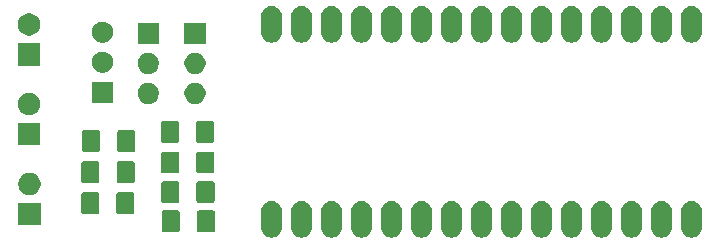
<source format=gbr>
G04 #@! TF.GenerationSoftware,KiCad,Pcbnew,(5.1.5)-3*
G04 #@! TF.CreationDate,2020-03-19T13:13:49+01:00*
G04 #@! TF.ProjectId,buttons,62757474-6f6e-4732-9e6b-696361645f70,rev?*
G04 #@! TF.SameCoordinates,Original*
G04 #@! TF.FileFunction,Soldermask,Top*
G04 #@! TF.FilePolarity,Negative*
%FSLAX46Y46*%
G04 Gerber Fmt 4.6, Leading zero omitted, Abs format (unit mm)*
G04 Created by KiCad (PCBNEW (5.1.5)-3) date 2020-03-19 13:13:49*
%MOMM*%
%LPD*%
G04 APERTURE LIST*
%ADD10C,0.100000*%
G04 APERTURE END LIST*
D10*
G36*
X157876626Y-53407037D02*
G01*
X158046465Y-53458557D01*
X158046467Y-53458558D01*
X158202989Y-53542221D01*
X158340186Y-53654814D01*
X158423448Y-53756271D01*
X158452778Y-53792009D01*
X158536443Y-53948534D01*
X158587963Y-54118373D01*
X158587963Y-54118375D01*
X158595412Y-54194000D01*
X158601000Y-54250742D01*
X158601000Y-55639258D01*
X158587963Y-55771627D01*
X158536443Y-55941466D01*
X158452778Y-56097991D01*
X158423448Y-56133729D01*
X158340186Y-56235186D01*
X158238729Y-56318448D01*
X158202991Y-56347778D01*
X158046466Y-56431443D01*
X157876627Y-56482963D01*
X157700000Y-56500359D01*
X157523374Y-56482963D01*
X157353535Y-56431443D01*
X157197010Y-56347778D01*
X157161272Y-56318448D01*
X157059815Y-56235186D01*
X156976553Y-56133729D01*
X156947223Y-56097991D01*
X156863558Y-55941466D01*
X156812038Y-55771627D01*
X156799001Y-55639258D01*
X156799000Y-54250743D01*
X156803134Y-54208774D01*
X156812037Y-54118376D01*
X156812037Y-54118374D01*
X156863557Y-53948535D01*
X156947222Y-53792010D01*
X156947223Y-53792009D01*
X157059814Y-53654814D01*
X157161271Y-53571552D01*
X157197009Y-53542222D01*
X157353534Y-53458557D01*
X157523373Y-53407037D01*
X157700000Y-53389641D01*
X157876626Y-53407037D01*
G37*
G36*
X124856626Y-53407037D02*
G01*
X125026465Y-53458557D01*
X125026467Y-53458558D01*
X125182989Y-53542221D01*
X125320186Y-53654814D01*
X125403448Y-53756271D01*
X125432778Y-53792009D01*
X125516443Y-53948534D01*
X125567963Y-54118373D01*
X125567963Y-54118375D01*
X125575412Y-54194000D01*
X125581000Y-54250742D01*
X125581000Y-55639258D01*
X125567963Y-55771627D01*
X125516443Y-55941466D01*
X125432778Y-56097991D01*
X125403448Y-56133729D01*
X125320186Y-56235186D01*
X125218729Y-56318448D01*
X125182991Y-56347778D01*
X125026466Y-56431443D01*
X124856627Y-56482963D01*
X124680000Y-56500359D01*
X124503374Y-56482963D01*
X124333535Y-56431443D01*
X124177010Y-56347778D01*
X124141272Y-56318448D01*
X124039815Y-56235186D01*
X123956553Y-56133729D01*
X123927223Y-56097991D01*
X123843558Y-55941466D01*
X123792038Y-55771627D01*
X123779001Y-55639258D01*
X123779000Y-54250743D01*
X123783134Y-54208774D01*
X123792037Y-54118376D01*
X123792037Y-54118374D01*
X123843557Y-53948535D01*
X123927222Y-53792010D01*
X123927223Y-53792009D01*
X124039814Y-53654814D01*
X124141271Y-53571552D01*
X124177009Y-53542222D01*
X124333534Y-53458557D01*
X124503373Y-53407037D01*
X124680000Y-53389641D01*
X124856626Y-53407037D01*
G37*
G36*
X122316626Y-53407037D02*
G01*
X122486465Y-53458557D01*
X122486467Y-53458558D01*
X122642989Y-53542221D01*
X122780186Y-53654814D01*
X122863448Y-53756271D01*
X122892778Y-53792009D01*
X122976443Y-53948534D01*
X123027963Y-54118373D01*
X123027963Y-54118375D01*
X123035412Y-54194000D01*
X123041000Y-54250742D01*
X123041000Y-55639258D01*
X123027963Y-55771627D01*
X122976443Y-55941466D01*
X122892778Y-56097991D01*
X122863448Y-56133729D01*
X122780186Y-56235186D01*
X122678729Y-56318448D01*
X122642991Y-56347778D01*
X122486466Y-56431443D01*
X122316627Y-56482963D01*
X122140000Y-56500359D01*
X121963374Y-56482963D01*
X121793535Y-56431443D01*
X121637010Y-56347778D01*
X121601272Y-56318448D01*
X121499815Y-56235186D01*
X121416553Y-56133729D01*
X121387223Y-56097991D01*
X121303558Y-55941466D01*
X121252038Y-55771627D01*
X121239001Y-55639258D01*
X121239000Y-54250743D01*
X121243134Y-54208774D01*
X121252037Y-54118376D01*
X121252037Y-54118374D01*
X121303557Y-53948535D01*
X121387222Y-53792010D01*
X121387223Y-53792009D01*
X121499814Y-53654814D01*
X121601271Y-53571552D01*
X121637009Y-53542222D01*
X121793534Y-53458557D01*
X121963373Y-53407037D01*
X122140000Y-53389641D01*
X122316626Y-53407037D01*
G37*
G36*
X127396626Y-53407037D02*
G01*
X127566465Y-53458557D01*
X127566467Y-53458558D01*
X127722989Y-53542221D01*
X127860186Y-53654814D01*
X127943448Y-53756271D01*
X127972778Y-53792009D01*
X128056443Y-53948534D01*
X128107963Y-54118373D01*
X128107963Y-54118375D01*
X128115412Y-54194000D01*
X128121000Y-54250742D01*
X128121000Y-55639258D01*
X128107963Y-55771627D01*
X128056443Y-55941466D01*
X127972778Y-56097991D01*
X127943448Y-56133729D01*
X127860186Y-56235186D01*
X127758729Y-56318448D01*
X127722991Y-56347778D01*
X127566466Y-56431443D01*
X127396627Y-56482963D01*
X127220000Y-56500359D01*
X127043374Y-56482963D01*
X126873535Y-56431443D01*
X126717010Y-56347778D01*
X126681272Y-56318448D01*
X126579815Y-56235186D01*
X126496553Y-56133729D01*
X126467223Y-56097991D01*
X126383558Y-55941466D01*
X126332038Y-55771627D01*
X126319001Y-55639258D01*
X126319000Y-54250743D01*
X126323134Y-54208774D01*
X126332037Y-54118376D01*
X126332037Y-54118374D01*
X126383557Y-53948535D01*
X126467222Y-53792010D01*
X126467223Y-53792009D01*
X126579814Y-53654814D01*
X126681271Y-53571552D01*
X126717009Y-53542222D01*
X126873534Y-53458557D01*
X127043373Y-53407037D01*
X127220000Y-53389641D01*
X127396626Y-53407037D01*
G37*
G36*
X129936626Y-53407037D02*
G01*
X130106465Y-53458557D01*
X130106467Y-53458558D01*
X130262989Y-53542221D01*
X130400186Y-53654814D01*
X130483448Y-53756271D01*
X130512778Y-53792009D01*
X130596443Y-53948534D01*
X130647963Y-54118373D01*
X130647963Y-54118375D01*
X130655412Y-54194000D01*
X130661000Y-54250742D01*
X130661000Y-55639258D01*
X130647963Y-55771627D01*
X130596443Y-55941466D01*
X130512778Y-56097991D01*
X130483448Y-56133729D01*
X130400186Y-56235186D01*
X130298729Y-56318448D01*
X130262991Y-56347778D01*
X130106466Y-56431443D01*
X129936627Y-56482963D01*
X129760000Y-56500359D01*
X129583374Y-56482963D01*
X129413535Y-56431443D01*
X129257010Y-56347778D01*
X129221272Y-56318448D01*
X129119815Y-56235186D01*
X129036553Y-56133729D01*
X129007223Y-56097991D01*
X128923558Y-55941466D01*
X128872038Y-55771627D01*
X128859001Y-55639258D01*
X128859000Y-54250743D01*
X128863134Y-54208774D01*
X128872037Y-54118376D01*
X128872037Y-54118374D01*
X128923557Y-53948535D01*
X129007222Y-53792010D01*
X129007223Y-53792009D01*
X129119814Y-53654814D01*
X129221271Y-53571552D01*
X129257009Y-53542222D01*
X129413534Y-53458557D01*
X129583373Y-53407037D01*
X129760000Y-53389641D01*
X129936626Y-53407037D01*
G37*
G36*
X132476626Y-53407037D02*
G01*
X132646465Y-53458557D01*
X132646467Y-53458558D01*
X132802989Y-53542221D01*
X132940186Y-53654814D01*
X133023448Y-53756271D01*
X133052778Y-53792009D01*
X133136443Y-53948534D01*
X133187963Y-54118373D01*
X133187963Y-54118375D01*
X133195412Y-54194000D01*
X133201000Y-54250742D01*
X133201000Y-55639258D01*
X133187963Y-55771627D01*
X133136443Y-55941466D01*
X133052778Y-56097991D01*
X133023448Y-56133729D01*
X132940186Y-56235186D01*
X132838729Y-56318448D01*
X132802991Y-56347778D01*
X132646466Y-56431443D01*
X132476627Y-56482963D01*
X132300000Y-56500359D01*
X132123374Y-56482963D01*
X131953535Y-56431443D01*
X131797010Y-56347778D01*
X131761272Y-56318448D01*
X131659815Y-56235186D01*
X131576553Y-56133729D01*
X131547223Y-56097991D01*
X131463558Y-55941466D01*
X131412038Y-55771627D01*
X131399001Y-55639258D01*
X131399000Y-54250743D01*
X131403134Y-54208774D01*
X131412037Y-54118376D01*
X131412037Y-54118374D01*
X131463557Y-53948535D01*
X131547222Y-53792010D01*
X131547223Y-53792009D01*
X131659814Y-53654814D01*
X131761271Y-53571552D01*
X131797009Y-53542222D01*
X131953534Y-53458557D01*
X132123373Y-53407037D01*
X132300000Y-53389641D01*
X132476626Y-53407037D01*
G37*
G36*
X135016626Y-53407037D02*
G01*
X135186465Y-53458557D01*
X135186467Y-53458558D01*
X135342989Y-53542221D01*
X135480186Y-53654814D01*
X135563448Y-53756271D01*
X135592778Y-53792009D01*
X135676443Y-53948534D01*
X135727963Y-54118373D01*
X135727963Y-54118375D01*
X135735412Y-54194000D01*
X135741000Y-54250742D01*
X135741000Y-55639258D01*
X135727963Y-55771627D01*
X135676443Y-55941466D01*
X135592778Y-56097991D01*
X135563448Y-56133729D01*
X135480186Y-56235186D01*
X135378729Y-56318448D01*
X135342991Y-56347778D01*
X135186466Y-56431443D01*
X135016627Y-56482963D01*
X134840000Y-56500359D01*
X134663374Y-56482963D01*
X134493535Y-56431443D01*
X134337010Y-56347778D01*
X134301272Y-56318448D01*
X134199815Y-56235186D01*
X134116553Y-56133729D01*
X134087223Y-56097991D01*
X134003558Y-55941466D01*
X133952038Y-55771627D01*
X133939001Y-55639258D01*
X133939000Y-54250743D01*
X133943134Y-54208774D01*
X133952037Y-54118376D01*
X133952037Y-54118374D01*
X134003557Y-53948535D01*
X134087222Y-53792010D01*
X134087223Y-53792009D01*
X134199814Y-53654814D01*
X134301271Y-53571552D01*
X134337009Y-53542222D01*
X134493534Y-53458557D01*
X134663373Y-53407037D01*
X134840000Y-53389641D01*
X135016626Y-53407037D01*
G37*
G36*
X137556626Y-53407037D02*
G01*
X137726465Y-53458557D01*
X137726467Y-53458558D01*
X137882989Y-53542221D01*
X138020186Y-53654814D01*
X138103448Y-53756271D01*
X138132778Y-53792009D01*
X138216443Y-53948534D01*
X138267963Y-54118373D01*
X138267963Y-54118375D01*
X138275412Y-54194000D01*
X138281000Y-54250742D01*
X138281000Y-55639258D01*
X138267963Y-55771627D01*
X138216443Y-55941466D01*
X138132778Y-56097991D01*
X138103448Y-56133729D01*
X138020186Y-56235186D01*
X137918729Y-56318448D01*
X137882991Y-56347778D01*
X137726466Y-56431443D01*
X137556627Y-56482963D01*
X137380000Y-56500359D01*
X137203374Y-56482963D01*
X137033535Y-56431443D01*
X136877010Y-56347778D01*
X136841272Y-56318448D01*
X136739815Y-56235186D01*
X136656553Y-56133729D01*
X136627223Y-56097991D01*
X136543558Y-55941466D01*
X136492038Y-55771627D01*
X136479001Y-55639258D01*
X136479000Y-54250743D01*
X136483134Y-54208774D01*
X136492037Y-54118376D01*
X136492037Y-54118374D01*
X136543557Y-53948535D01*
X136627222Y-53792010D01*
X136627223Y-53792009D01*
X136739814Y-53654814D01*
X136841271Y-53571552D01*
X136877009Y-53542222D01*
X137033534Y-53458557D01*
X137203373Y-53407037D01*
X137380000Y-53389641D01*
X137556626Y-53407037D01*
G37*
G36*
X142636626Y-53407037D02*
G01*
X142806465Y-53458557D01*
X142806467Y-53458558D01*
X142962989Y-53542221D01*
X143100186Y-53654814D01*
X143183448Y-53756271D01*
X143212778Y-53792009D01*
X143296443Y-53948534D01*
X143347963Y-54118373D01*
X143347963Y-54118375D01*
X143355412Y-54194000D01*
X143361000Y-54250742D01*
X143361000Y-55639258D01*
X143347963Y-55771627D01*
X143296443Y-55941466D01*
X143212778Y-56097991D01*
X143183448Y-56133729D01*
X143100186Y-56235186D01*
X142998729Y-56318448D01*
X142962991Y-56347778D01*
X142806466Y-56431443D01*
X142636627Y-56482963D01*
X142460000Y-56500359D01*
X142283374Y-56482963D01*
X142113535Y-56431443D01*
X141957010Y-56347778D01*
X141921272Y-56318448D01*
X141819815Y-56235186D01*
X141736553Y-56133729D01*
X141707223Y-56097991D01*
X141623558Y-55941466D01*
X141572038Y-55771627D01*
X141559001Y-55639258D01*
X141559000Y-54250743D01*
X141563134Y-54208774D01*
X141572037Y-54118376D01*
X141572037Y-54118374D01*
X141623557Y-53948535D01*
X141707222Y-53792010D01*
X141707223Y-53792009D01*
X141819814Y-53654814D01*
X141921271Y-53571552D01*
X141957009Y-53542222D01*
X142113534Y-53458557D01*
X142283373Y-53407037D01*
X142460000Y-53389641D01*
X142636626Y-53407037D01*
G37*
G36*
X145176626Y-53407037D02*
G01*
X145346465Y-53458557D01*
X145346467Y-53458558D01*
X145502989Y-53542221D01*
X145640186Y-53654814D01*
X145723448Y-53756271D01*
X145752778Y-53792009D01*
X145836443Y-53948534D01*
X145887963Y-54118373D01*
X145887963Y-54118375D01*
X145895412Y-54194000D01*
X145901000Y-54250742D01*
X145901000Y-55639258D01*
X145887963Y-55771627D01*
X145836443Y-55941466D01*
X145752778Y-56097991D01*
X145723448Y-56133729D01*
X145640186Y-56235186D01*
X145538729Y-56318448D01*
X145502991Y-56347778D01*
X145346466Y-56431443D01*
X145176627Y-56482963D01*
X145000000Y-56500359D01*
X144823374Y-56482963D01*
X144653535Y-56431443D01*
X144497010Y-56347778D01*
X144461272Y-56318448D01*
X144359815Y-56235186D01*
X144276553Y-56133729D01*
X144247223Y-56097991D01*
X144163558Y-55941466D01*
X144112038Y-55771627D01*
X144099001Y-55639258D01*
X144099000Y-54250743D01*
X144103134Y-54208774D01*
X144112037Y-54118376D01*
X144112037Y-54118374D01*
X144163557Y-53948535D01*
X144247222Y-53792010D01*
X144247223Y-53792009D01*
X144359814Y-53654814D01*
X144461271Y-53571552D01*
X144497009Y-53542222D01*
X144653534Y-53458557D01*
X144823373Y-53407037D01*
X145000000Y-53389641D01*
X145176626Y-53407037D01*
G37*
G36*
X147716626Y-53407037D02*
G01*
X147886465Y-53458557D01*
X147886467Y-53458558D01*
X148042989Y-53542221D01*
X148180186Y-53654814D01*
X148263448Y-53756271D01*
X148292778Y-53792009D01*
X148376443Y-53948534D01*
X148427963Y-54118373D01*
X148427963Y-54118375D01*
X148435412Y-54194000D01*
X148441000Y-54250742D01*
X148441000Y-55639258D01*
X148427963Y-55771627D01*
X148376443Y-55941466D01*
X148292778Y-56097991D01*
X148263448Y-56133729D01*
X148180186Y-56235186D01*
X148078729Y-56318448D01*
X148042991Y-56347778D01*
X147886466Y-56431443D01*
X147716627Y-56482963D01*
X147540000Y-56500359D01*
X147363374Y-56482963D01*
X147193535Y-56431443D01*
X147037010Y-56347778D01*
X147001272Y-56318448D01*
X146899815Y-56235186D01*
X146816553Y-56133729D01*
X146787223Y-56097991D01*
X146703558Y-55941466D01*
X146652038Y-55771627D01*
X146639001Y-55639258D01*
X146639000Y-54250743D01*
X146643134Y-54208774D01*
X146652037Y-54118376D01*
X146652037Y-54118374D01*
X146703557Y-53948535D01*
X146787222Y-53792010D01*
X146787223Y-53792009D01*
X146899814Y-53654814D01*
X147001271Y-53571552D01*
X147037009Y-53542222D01*
X147193534Y-53458557D01*
X147363373Y-53407037D01*
X147540000Y-53389641D01*
X147716626Y-53407037D01*
G37*
G36*
X150256626Y-53407037D02*
G01*
X150426465Y-53458557D01*
X150426467Y-53458558D01*
X150582989Y-53542221D01*
X150720186Y-53654814D01*
X150803448Y-53756271D01*
X150832778Y-53792009D01*
X150916443Y-53948534D01*
X150967963Y-54118373D01*
X150967963Y-54118375D01*
X150975412Y-54194000D01*
X150981000Y-54250742D01*
X150981000Y-55639258D01*
X150967963Y-55771627D01*
X150916443Y-55941466D01*
X150832778Y-56097991D01*
X150803448Y-56133729D01*
X150720186Y-56235186D01*
X150618729Y-56318448D01*
X150582991Y-56347778D01*
X150426466Y-56431443D01*
X150256627Y-56482963D01*
X150080000Y-56500359D01*
X149903374Y-56482963D01*
X149733535Y-56431443D01*
X149577010Y-56347778D01*
X149541272Y-56318448D01*
X149439815Y-56235186D01*
X149356553Y-56133729D01*
X149327223Y-56097991D01*
X149243558Y-55941466D01*
X149192038Y-55771627D01*
X149179001Y-55639258D01*
X149179000Y-54250743D01*
X149183134Y-54208774D01*
X149192037Y-54118376D01*
X149192037Y-54118374D01*
X149243557Y-53948535D01*
X149327222Y-53792010D01*
X149327223Y-53792009D01*
X149439814Y-53654814D01*
X149541271Y-53571552D01*
X149577009Y-53542222D01*
X149733534Y-53458557D01*
X149903373Y-53407037D01*
X150080000Y-53389641D01*
X150256626Y-53407037D01*
G37*
G36*
X152796626Y-53407037D02*
G01*
X152966465Y-53458557D01*
X152966467Y-53458558D01*
X153122989Y-53542221D01*
X153260186Y-53654814D01*
X153343448Y-53756271D01*
X153372778Y-53792009D01*
X153456443Y-53948534D01*
X153507963Y-54118373D01*
X153507963Y-54118375D01*
X153515412Y-54194000D01*
X153521000Y-54250742D01*
X153521000Y-55639258D01*
X153507963Y-55771627D01*
X153456443Y-55941466D01*
X153372778Y-56097991D01*
X153343448Y-56133729D01*
X153260186Y-56235186D01*
X153158729Y-56318448D01*
X153122991Y-56347778D01*
X152966466Y-56431443D01*
X152796627Y-56482963D01*
X152620000Y-56500359D01*
X152443374Y-56482963D01*
X152273535Y-56431443D01*
X152117010Y-56347778D01*
X152081272Y-56318448D01*
X151979815Y-56235186D01*
X151896553Y-56133729D01*
X151867223Y-56097991D01*
X151783558Y-55941466D01*
X151732038Y-55771627D01*
X151719001Y-55639258D01*
X151719000Y-54250743D01*
X151723134Y-54208774D01*
X151732037Y-54118376D01*
X151732037Y-54118374D01*
X151783557Y-53948535D01*
X151867222Y-53792010D01*
X151867223Y-53792009D01*
X151979814Y-53654814D01*
X152081271Y-53571552D01*
X152117009Y-53542222D01*
X152273534Y-53458557D01*
X152443373Y-53407037D01*
X152620000Y-53389641D01*
X152796626Y-53407037D01*
G37*
G36*
X155336626Y-53407037D02*
G01*
X155506465Y-53458557D01*
X155506467Y-53458558D01*
X155662989Y-53542221D01*
X155800186Y-53654814D01*
X155883448Y-53756271D01*
X155912778Y-53792009D01*
X155996443Y-53948534D01*
X156047963Y-54118373D01*
X156047963Y-54118375D01*
X156055412Y-54194000D01*
X156061000Y-54250742D01*
X156061000Y-55639258D01*
X156047963Y-55771627D01*
X155996443Y-55941466D01*
X155912778Y-56097991D01*
X155883448Y-56133729D01*
X155800186Y-56235186D01*
X155698729Y-56318448D01*
X155662991Y-56347778D01*
X155506466Y-56431443D01*
X155336627Y-56482963D01*
X155160000Y-56500359D01*
X154983374Y-56482963D01*
X154813535Y-56431443D01*
X154657010Y-56347778D01*
X154621272Y-56318448D01*
X154519815Y-56235186D01*
X154436553Y-56133729D01*
X154407223Y-56097991D01*
X154323558Y-55941466D01*
X154272038Y-55771627D01*
X154259001Y-55639258D01*
X154259000Y-54250743D01*
X154263134Y-54208774D01*
X154272037Y-54118376D01*
X154272037Y-54118374D01*
X154323557Y-53948535D01*
X154407222Y-53792010D01*
X154407223Y-53792009D01*
X154519814Y-53654814D01*
X154621271Y-53571552D01*
X154657009Y-53542222D01*
X154813534Y-53458557D01*
X154983373Y-53407037D01*
X155160000Y-53389641D01*
X155336626Y-53407037D01*
G37*
G36*
X140096626Y-53407037D02*
G01*
X140266465Y-53458557D01*
X140266467Y-53458558D01*
X140422989Y-53542221D01*
X140560186Y-53654814D01*
X140643448Y-53756271D01*
X140672778Y-53792009D01*
X140756443Y-53948534D01*
X140807963Y-54118373D01*
X140807963Y-54118375D01*
X140815412Y-54194000D01*
X140821000Y-54250742D01*
X140821000Y-55639258D01*
X140807963Y-55771627D01*
X140756443Y-55941466D01*
X140672778Y-56097991D01*
X140643448Y-56133729D01*
X140560186Y-56235186D01*
X140458729Y-56318448D01*
X140422991Y-56347778D01*
X140266466Y-56431443D01*
X140096627Y-56482963D01*
X139920000Y-56500359D01*
X139743374Y-56482963D01*
X139573535Y-56431443D01*
X139417010Y-56347778D01*
X139381272Y-56318448D01*
X139279815Y-56235186D01*
X139196553Y-56133729D01*
X139167223Y-56097991D01*
X139083558Y-55941466D01*
X139032038Y-55771627D01*
X139019001Y-55639258D01*
X139019000Y-54250743D01*
X139023134Y-54208774D01*
X139032037Y-54118376D01*
X139032037Y-54118374D01*
X139083557Y-53948535D01*
X139167222Y-53792010D01*
X139167223Y-53792009D01*
X139279814Y-53654814D01*
X139381271Y-53571552D01*
X139417009Y-53542222D01*
X139573534Y-53458557D01*
X139743373Y-53407037D01*
X139920000Y-53389641D01*
X140096626Y-53407037D01*
G37*
G36*
X117200562Y-54198181D02*
G01*
X117235481Y-54208774D01*
X117267663Y-54225976D01*
X117295873Y-54249127D01*
X117319024Y-54277337D01*
X117336226Y-54309519D01*
X117346819Y-54344438D01*
X117351000Y-54386895D01*
X117351000Y-55853105D01*
X117346819Y-55895562D01*
X117336226Y-55930481D01*
X117319024Y-55962663D01*
X117295873Y-55990873D01*
X117267663Y-56014024D01*
X117235481Y-56031226D01*
X117200562Y-56041819D01*
X117158105Y-56046000D01*
X116016895Y-56046000D01*
X115974438Y-56041819D01*
X115939519Y-56031226D01*
X115907337Y-56014024D01*
X115879127Y-55990873D01*
X115855976Y-55962663D01*
X115838774Y-55930481D01*
X115828181Y-55895562D01*
X115824000Y-55853105D01*
X115824000Y-54386895D01*
X115828181Y-54344438D01*
X115838774Y-54309519D01*
X115855976Y-54277337D01*
X115879127Y-54249127D01*
X115907337Y-54225976D01*
X115939519Y-54208774D01*
X115974438Y-54198181D01*
X116016895Y-54194000D01*
X117158105Y-54194000D01*
X117200562Y-54198181D01*
G37*
G36*
X114225562Y-54198181D02*
G01*
X114260481Y-54208774D01*
X114292663Y-54225976D01*
X114320873Y-54249127D01*
X114344024Y-54277337D01*
X114361226Y-54309519D01*
X114371819Y-54344438D01*
X114376000Y-54386895D01*
X114376000Y-55853105D01*
X114371819Y-55895562D01*
X114361226Y-55930481D01*
X114344024Y-55962663D01*
X114320873Y-55990873D01*
X114292663Y-56014024D01*
X114260481Y-56031226D01*
X114225562Y-56041819D01*
X114183105Y-56046000D01*
X113041895Y-56046000D01*
X112999438Y-56041819D01*
X112964519Y-56031226D01*
X112932337Y-56014024D01*
X112904127Y-55990873D01*
X112880976Y-55962663D01*
X112863774Y-55930481D01*
X112853181Y-55895562D01*
X112849000Y-55853105D01*
X112849000Y-54386895D01*
X112853181Y-54344438D01*
X112863774Y-54309519D01*
X112880976Y-54277337D01*
X112904127Y-54249127D01*
X112932337Y-54225976D01*
X112964519Y-54208774D01*
X112999438Y-54198181D01*
X113041895Y-54194000D01*
X114183105Y-54194000D01*
X114225562Y-54198181D01*
G37*
G36*
X102601000Y-55441000D02*
G01*
X100699000Y-55441000D01*
X100699000Y-53539000D01*
X102601000Y-53539000D01*
X102601000Y-55441000D01*
G37*
G36*
X110380562Y-52668181D02*
G01*
X110415481Y-52678774D01*
X110447663Y-52695976D01*
X110475873Y-52719127D01*
X110499024Y-52747337D01*
X110516226Y-52779519D01*
X110526819Y-52814438D01*
X110531000Y-52856895D01*
X110531000Y-54323105D01*
X110526819Y-54365562D01*
X110516226Y-54400481D01*
X110499024Y-54432663D01*
X110475873Y-54460873D01*
X110447663Y-54484024D01*
X110415481Y-54501226D01*
X110380562Y-54511819D01*
X110338105Y-54516000D01*
X109196895Y-54516000D01*
X109154438Y-54511819D01*
X109119519Y-54501226D01*
X109087337Y-54484024D01*
X109059127Y-54460873D01*
X109035976Y-54432663D01*
X109018774Y-54400481D01*
X109008181Y-54365562D01*
X109004000Y-54323105D01*
X109004000Y-52856895D01*
X109008181Y-52814438D01*
X109018774Y-52779519D01*
X109035976Y-52747337D01*
X109059127Y-52719127D01*
X109087337Y-52695976D01*
X109119519Y-52678774D01*
X109154438Y-52668181D01*
X109196895Y-52664000D01*
X110338105Y-52664000D01*
X110380562Y-52668181D01*
G37*
G36*
X107405562Y-52668181D02*
G01*
X107440481Y-52678774D01*
X107472663Y-52695976D01*
X107500873Y-52719127D01*
X107524024Y-52747337D01*
X107541226Y-52779519D01*
X107551819Y-52814438D01*
X107556000Y-52856895D01*
X107556000Y-54323105D01*
X107551819Y-54365562D01*
X107541226Y-54400481D01*
X107524024Y-54432663D01*
X107500873Y-54460873D01*
X107472663Y-54484024D01*
X107440481Y-54501226D01*
X107405562Y-54511819D01*
X107363105Y-54516000D01*
X106221895Y-54516000D01*
X106179438Y-54511819D01*
X106144519Y-54501226D01*
X106112337Y-54484024D01*
X106084127Y-54460873D01*
X106060976Y-54432663D01*
X106043774Y-54400481D01*
X106033181Y-54365562D01*
X106029000Y-54323105D01*
X106029000Y-52856895D01*
X106033181Y-52814438D01*
X106043774Y-52779519D01*
X106060976Y-52747337D01*
X106084127Y-52719127D01*
X106112337Y-52695976D01*
X106144519Y-52678774D01*
X106179438Y-52668181D01*
X106221895Y-52664000D01*
X107363105Y-52664000D01*
X107405562Y-52668181D01*
G37*
G36*
X114195562Y-51728181D02*
G01*
X114230481Y-51738774D01*
X114262663Y-51755976D01*
X114290873Y-51779127D01*
X114314024Y-51807337D01*
X114331226Y-51839519D01*
X114341819Y-51874438D01*
X114346000Y-51916895D01*
X114346000Y-53383105D01*
X114341819Y-53425562D01*
X114331226Y-53460481D01*
X114314024Y-53492663D01*
X114290873Y-53520873D01*
X114262663Y-53544024D01*
X114230481Y-53561226D01*
X114195562Y-53571819D01*
X114153105Y-53576000D01*
X113011895Y-53576000D01*
X112969438Y-53571819D01*
X112934519Y-53561226D01*
X112902337Y-53544024D01*
X112874127Y-53520873D01*
X112850976Y-53492663D01*
X112833774Y-53460481D01*
X112823181Y-53425562D01*
X112819000Y-53383105D01*
X112819000Y-51916895D01*
X112823181Y-51874438D01*
X112833774Y-51839519D01*
X112850976Y-51807337D01*
X112874127Y-51779127D01*
X112902337Y-51755976D01*
X112934519Y-51738774D01*
X112969438Y-51728181D01*
X113011895Y-51724000D01*
X114153105Y-51724000D01*
X114195562Y-51728181D01*
G37*
G36*
X117170562Y-51728181D02*
G01*
X117205481Y-51738774D01*
X117237663Y-51755976D01*
X117265873Y-51779127D01*
X117289024Y-51807337D01*
X117306226Y-51839519D01*
X117316819Y-51874438D01*
X117321000Y-51916895D01*
X117321000Y-53383105D01*
X117316819Y-53425562D01*
X117306226Y-53460481D01*
X117289024Y-53492663D01*
X117265873Y-53520873D01*
X117237663Y-53544024D01*
X117205481Y-53561226D01*
X117170562Y-53571819D01*
X117128105Y-53576000D01*
X115986895Y-53576000D01*
X115944438Y-53571819D01*
X115909519Y-53561226D01*
X115877337Y-53544024D01*
X115849127Y-53520873D01*
X115825976Y-53492663D01*
X115808774Y-53460481D01*
X115798181Y-53425562D01*
X115794000Y-53383105D01*
X115794000Y-51916895D01*
X115798181Y-51874438D01*
X115808774Y-51839519D01*
X115825976Y-51807337D01*
X115849127Y-51779127D01*
X115877337Y-51755976D01*
X115909519Y-51738774D01*
X115944438Y-51728181D01*
X115986895Y-51724000D01*
X117128105Y-51724000D01*
X117170562Y-51728181D01*
G37*
G36*
X101927395Y-51035546D02*
G01*
X102100466Y-51107234D01*
X102100467Y-51107235D01*
X102256227Y-51211310D01*
X102388690Y-51343773D01*
X102388691Y-51343775D01*
X102492766Y-51499534D01*
X102564454Y-51672605D01*
X102601000Y-51856333D01*
X102601000Y-52043667D01*
X102564454Y-52227395D01*
X102492766Y-52400466D01*
X102492765Y-52400467D01*
X102388690Y-52556227D01*
X102256227Y-52688690D01*
X102177818Y-52741081D01*
X102100466Y-52792766D01*
X101927395Y-52864454D01*
X101743667Y-52901000D01*
X101556333Y-52901000D01*
X101372605Y-52864454D01*
X101199534Y-52792766D01*
X101122182Y-52741081D01*
X101043773Y-52688690D01*
X100911310Y-52556227D01*
X100807235Y-52400467D01*
X100807234Y-52400466D01*
X100735546Y-52227395D01*
X100699000Y-52043667D01*
X100699000Y-51856333D01*
X100735546Y-51672605D01*
X100807234Y-51499534D01*
X100911309Y-51343775D01*
X100911310Y-51343773D01*
X101043773Y-51211310D01*
X101199533Y-51107235D01*
X101199534Y-51107234D01*
X101372605Y-51035546D01*
X101556333Y-50999000D01*
X101743667Y-50999000D01*
X101927395Y-51035546D01*
G37*
G36*
X107425562Y-50058181D02*
G01*
X107460481Y-50068774D01*
X107492663Y-50085976D01*
X107520873Y-50109127D01*
X107544024Y-50137337D01*
X107561226Y-50169519D01*
X107571819Y-50204438D01*
X107576000Y-50246895D01*
X107576000Y-51713105D01*
X107571819Y-51755562D01*
X107561226Y-51790481D01*
X107544024Y-51822663D01*
X107520873Y-51850873D01*
X107492663Y-51874024D01*
X107460481Y-51891226D01*
X107425562Y-51901819D01*
X107383105Y-51906000D01*
X106241895Y-51906000D01*
X106199438Y-51901819D01*
X106164519Y-51891226D01*
X106132337Y-51874024D01*
X106104127Y-51850873D01*
X106080976Y-51822663D01*
X106063774Y-51790481D01*
X106053181Y-51755562D01*
X106049000Y-51713105D01*
X106049000Y-50246895D01*
X106053181Y-50204438D01*
X106063774Y-50169519D01*
X106080976Y-50137337D01*
X106104127Y-50109127D01*
X106132337Y-50085976D01*
X106164519Y-50068774D01*
X106199438Y-50058181D01*
X106241895Y-50054000D01*
X107383105Y-50054000D01*
X107425562Y-50058181D01*
G37*
G36*
X110400562Y-50058181D02*
G01*
X110435481Y-50068774D01*
X110467663Y-50085976D01*
X110495873Y-50109127D01*
X110519024Y-50137337D01*
X110536226Y-50169519D01*
X110546819Y-50204438D01*
X110551000Y-50246895D01*
X110551000Y-51713105D01*
X110546819Y-51755562D01*
X110536226Y-51790481D01*
X110519024Y-51822663D01*
X110495873Y-51850873D01*
X110467663Y-51874024D01*
X110435481Y-51891226D01*
X110400562Y-51901819D01*
X110358105Y-51906000D01*
X109216895Y-51906000D01*
X109174438Y-51901819D01*
X109139519Y-51891226D01*
X109107337Y-51874024D01*
X109079127Y-51850873D01*
X109055976Y-51822663D01*
X109038774Y-51790481D01*
X109028181Y-51755562D01*
X109024000Y-51713105D01*
X109024000Y-50246895D01*
X109028181Y-50204438D01*
X109038774Y-50169519D01*
X109055976Y-50137337D01*
X109079127Y-50109127D01*
X109107337Y-50085976D01*
X109139519Y-50068774D01*
X109174438Y-50058181D01*
X109216895Y-50054000D01*
X110358105Y-50054000D01*
X110400562Y-50058181D01*
G37*
G36*
X117150562Y-49218181D02*
G01*
X117185481Y-49228774D01*
X117217663Y-49245976D01*
X117245873Y-49269127D01*
X117269024Y-49297337D01*
X117286226Y-49329519D01*
X117296819Y-49364438D01*
X117301000Y-49406895D01*
X117301000Y-50873105D01*
X117296819Y-50915562D01*
X117286226Y-50950481D01*
X117269024Y-50982663D01*
X117245873Y-51010873D01*
X117217663Y-51034024D01*
X117185481Y-51051226D01*
X117150562Y-51061819D01*
X117108105Y-51066000D01*
X115966895Y-51066000D01*
X115924438Y-51061819D01*
X115889519Y-51051226D01*
X115857337Y-51034024D01*
X115829127Y-51010873D01*
X115805976Y-50982663D01*
X115788774Y-50950481D01*
X115778181Y-50915562D01*
X115774000Y-50873105D01*
X115774000Y-49406895D01*
X115778181Y-49364438D01*
X115788774Y-49329519D01*
X115805976Y-49297337D01*
X115829127Y-49269127D01*
X115857337Y-49245976D01*
X115889519Y-49228774D01*
X115924438Y-49218181D01*
X115966895Y-49214000D01*
X117108105Y-49214000D01*
X117150562Y-49218181D01*
G37*
G36*
X114175562Y-49218181D02*
G01*
X114210481Y-49228774D01*
X114242663Y-49245976D01*
X114270873Y-49269127D01*
X114294024Y-49297337D01*
X114311226Y-49329519D01*
X114321819Y-49364438D01*
X114326000Y-49406895D01*
X114326000Y-50873105D01*
X114321819Y-50915562D01*
X114311226Y-50950481D01*
X114294024Y-50982663D01*
X114270873Y-51010873D01*
X114242663Y-51034024D01*
X114210481Y-51051226D01*
X114175562Y-51061819D01*
X114133105Y-51066000D01*
X112991895Y-51066000D01*
X112949438Y-51061819D01*
X112914519Y-51051226D01*
X112882337Y-51034024D01*
X112854127Y-51010873D01*
X112830976Y-50982663D01*
X112813774Y-50950481D01*
X112803181Y-50915562D01*
X112799000Y-50873105D01*
X112799000Y-49406895D01*
X112803181Y-49364438D01*
X112813774Y-49329519D01*
X112830976Y-49297337D01*
X112854127Y-49269127D01*
X112882337Y-49245976D01*
X112914519Y-49228774D01*
X112949438Y-49218181D01*
X112991895Y-49214000D01*
X114133105Y-49214000D01*
X114175562Y-49218181D01*
G37*
G36*
X110450562Y-47408181D02*
G01*
X110485481Y-47418774D01*
X110517663Y-47435976D01*
X110545873Y-47459127D01*
X110569024Y-47487337D01*
X110586226Y-47519519D01*
X110596819Y-47554438D01*
X110601000Y-47596895D01*
X110601000Y-49063105D01*
X110596819Y-49105562D01*
X110586226Y-49140481D01*
X110569024Y-49172663D01*
X110545873Y-49200873D01*
X110517663Y-49224024D01*
X110485481Y-49241226D01*
X110450562Y-49251819D01*
X110408105Y-49256000D01*
X109266895Y-49256000D01*
X109224438Y-49251819D01*
X109189519Y-49241226D01*
X109157337Y-49224024D01*
X109129127Y-49200873D01*
X109105976Y-49172663D01*
X109088774Y-49140481D01*
X109078181Y-49105562D01*
X109074000Y-49063105D01*
X109074000Y-47596895D01*
X109078181Y-47554438D01*
X109088774Y-47519519D01*
X109105976Y-47487337D01*
X109129127Y-47459127D01*
X109157337Y-47435976D01*
X109189519Y-47418774D01*
X109224438Y-47408181D01*
X109266895Y-47404000D01*
X110408105Y-47404000D01*
X110450562Y-47408181D01*
G37*
G36*
X107475562Y-47408181D02*
G01*
X107510481Y-47418774D01*
X107542663Y-47435976D01*
X107570873Y-47459127D01*
X107594024Y-47487337D01*
X107611226Y-47519519D01*
X107621819Y-47554438D01*
X107626000Y-47596895D01*
X107626000Y-49063105D01*
X107621819Y-49105562D01*
X107611226Y-49140481D01*
X107594024Y-49172663D01*
X107570873Y-49200873D01*
X107542663Y-49224024D01*
X107510481Y-49241226D01*
X107475562Y-49251819D01*
X107433105Y-49256000D01*
X106291895Y-49256000D01*
X106249438Y-49251819D01*
X106214519Y-49241226D01*
X106182337Y-49224024D01*
X106154127Y-49200873D01*
X106130976Y-49172663D01*
X106113774Y-49140481D01*
X106103181Y-49105562D01*
X106099000Y-49063105D01*
X106099000Y-47596895D01*
X106103181Y-47554438D01*
X106113774Y-47519519D01*
X106130976Y-47487337D01*
X106154127Y-47459127D01*
X106182337Y-47435976D01*
X106214519Y-47418774D01*
X106249438Y-47408181D01*
X106291895Y-47404000D01*
X107433105Y-47404000D01*
X107475562Y-47408181D01*
G37*
G36*
X102561000Y-48691000D02*
G01*
X100659000Y-48691000D01*
X100659000Y-46789000D01*
X102561000Y-46789000D01*
X102561000Y-48691000D01*
G37*
G36*
X117130562Y-46618181D02*
G01*
X117165481Y-46628774D01*
X117197663Y-46645976D01*
X117225873Y-46669127D01*
X117249024Y-46697337D01*
X117266226Y-46729519D01*
X117276819Y-46764438D01*
X117281000Y-46806895D01*
X117281000Y-48273105D01*
X117276819Y-48315562D01*
X117266226Y-48350481D01*
X117249024Y-48382663D01*
X117225873Y-48410873D01*
X117197663Y-48434024D01*
X117165481Y-48451226D01*
X117130562Y-48461819D01*
X117088105Y-48466000D01*
X115946895Y-48466000D01*
X115904438Y-48461819D01*
X115869519Y-48451226D01*
X115837337Y-48434024D01*
X115809127Y-48410873D01*
X115785976Y-48382663D01*
X115768774Y-48350481D01*
X115758181Y-48315562D01*
X115754000Y-48273105D01*
X115754000Y-46806895D01*
X115758181Y-46764438D01*
X115768774Y-46729519D01*
X115785976Y-46697337D01*
X115809127Y-46669127D01*
X115837337Y-46645976D01*
X115869519Y-46628774D01*
X115904438Y-46618181D01*
X115946895Y-46614000D01*
X117088105Y-46614000D01*
X117130562Y-46618181D01*
G37*
G36*
X114155562Y-46618181D02*
G01*
X114190481Y-46628774D01*
X114222663Y-46645976D01*
X114250873Y-46669127D01*
X114274024Y-46697337D01*
X114291226Y-46729519D01*
X114301819Y-46764438D01*
X114306000Y-46806895D01*
X114306000Y-48273105D01*
X114301819Y-48315562D01*
X114291226Y-48350481D01*
X114274024Y-48382663D01*
X114250873Y-48410873D01*
X114222663Y-48434024D01*
X114190481Y-48451226D01*
X114155562Y-48461819D01*
X114113105Y-48466000D01*
X112971895Y-48466000D01*
X112929438Y-48461819D01*
X112894519Y-48451226D01*
X112862337Y-48434024D01*
X112834127Y-48410873D01*
X112810976Y-48382663D01*
X112793774Y-48350481D01*
X112783181Y-48315562D01*
X112779000Y-48273105D01*
X112779000Y-46806895D01*
X112783181Y-46764438D01*
X112793774Y-46729519D01*
X112810976Y-46697337D01*
X112834127Y-46669127D01*
X112862337Y-46645976D01*
X112894519Y-46628774D01*
X112929438Y-46618181D01*
X112971895Y-46614000D01*
X114113105Y-46614000D01*
X114155562Y-46618181D01*
G37*
G36*
X101887395Y-44285546D02*
G01*
X102060466Y-44357234D01*
X102060467Y-44357235D01*
X102216227Y-44461310D01*
X102348690Y-44593773D01*
X102348691Y-44593775D01*
X102452766Y-44749534D01*
X102524454Y-44922605D01*
X102561000Y-45106333D01*
X102561000Y-45293667D01*
X102524454Y-45477395D01*
X102452766Y-45650466D01*
X102452765Y-45650467D01*
X102348690Y-45806227D01*
X102216227Y-45938690D01*
X102137818Y-45991081D01*
X102060466Y-46042766D01*
X101887395Y-46114454D01*
X101703667Y-46151000D01*
X101516333Y-46151000D01*
X101332605Y-46114454D01*
X101159534Y-46042766D01*
X101082182Y-45991081D01*
X101003773Y-45938690D01*
X100871310Y-45806227D01*
X100767235Y-45650467D01*
X100767234Y-45650466D01*
X100695546Y-45477395D01*
X100659000Y-45293667D01*
X100659000Y-45106333D01*
X100695546Y-44922605D01*
X100767234Y-44749534D01*
X100871309Y-44593775D01*
X100871310Y-44593773D01*
X101003773Y-44461310D01*
X101159533Y-44357235D01*
X101159534Y-44357234D01*
X101332605Y-44285546D01*
X101516333Y-44249000D01*
X101703667Y-44249000D01*
X101887395Y-44285546D01*
G37*
G36*
X111823512Y-43393927D02*
G01*
X111972812Y-43423624D01*
X112136784Y-43491544D01*
X112284354Y-43590147D01*
X112409853Y-43715646D01*
X112508456Y-43863216D01*
X112576376Y-44027188D01*
X112611000Y-44201259D01*
X112611000Y-44378741D01*
X112576376Y-44552812D01*
X112508456Y-44716784D01*
X112409853Y-44864354D01*
X112284354Y-44989853D01*
X112136784Y-45088456D01*
X111972812Y-45156376D01*
X111823512Y-45186073D01*
X111798742Y-45191000D01*
X111621258Y-45191000D01*
X111596488Y-45186073D01*
X111447188Y-45156376D01*
X111283216Y-45088456D01*
X111135646Y-44989853D01*
X111010147Y-44864354D01*
X110911544Y-44716784D01*
X110843624Y-44552812D01*
X110809000Y-44378741D01*
X110809000Y-44201259D01*
X110843624Y-44027188D01*
X110911544Y-43863216D01*
X111010147Y-43715646D01*
X111135646Y-43590147D01*
X111283216Y-43491544D01*
X111447188Y-43423624D01*
X111596488Y-43393927D01*
X111621258Y-43389000D01*
X111798742Y-43389000D01*
X111823512Y-43393927D01*
G37*
G36*
X115783512Y-43393927D02*
G01*
X115932812Y-43423624D01*
X116096784Y-43491544D01*
X116244354Y-43590147D01*
X116369853Y-43715646D01*
X116468456Y-43863216D01*
X116536376Y-44027188D01*
X116571000Y-44201259D01*
X116571000Y-44378741D01*
X116536376Y-44552812D01*
X116468456Y-44716784D01*
X116369853Y-44864354D01*
X116244354Y-44989853D01*
X116096784Y-45088456D01*
X115932812Y-45156376D01*
X115783512Y-45186073D01*
X115758742Y-45191000D01*
X115581258Y-45191000D01*
X115556488Y-45186073D01*
X115407188Y-45156376D01*
X115243216Y-45088456D01*
X115095646Y-44989853D01*
X114970147Y-44864354D01*
X114871544Y-44716784D01*
X114803624Y-44552812D01*
X114769000Y-44378741D01*
X114769000Y-44201259D01*
X114803624Y-44027188D01*
X114871544Y-43863216D01*
X114970147Y-43715646D01*
X115095646Y-43590147D01*
X115243216Y-43491544D01*
X115407188Y-43423624D01*
X115556488Y-43393927D01*
X115581258Y-43389000D01*
X115758742Y-43389000D01*
X115783512Y-43393927D01*
G37*
G36*
X108721000Y-45091000D02*
G01*
X106919000Y-45091000D01*
X106919000Y-43289000D01*
X108721000Y-43289000D01*
X108721000Y-45091000D01*
G37*
G36*
X115771531Y-40851544D02*
G01*
X115932812Y-40883624D01*
X116096784Y-40951544D01*
X116244354Y-41050147D01*
X116369853Y-41175646D01*
X116468456Y-41323216D01*
X116536376Y-41487188D01*
X116571000Y-41661259D01*
X116571000Y-41838741D01*
X116536376Y-42012812D01*
X116468456Y-42176784D01*
X116369853Y-42324354D01*
X116244354Y-42449853D01*
X116096784Y-42548456D01*
X115932812Y-42616376D01*
X115783512Y-42646073D01*
X115758742Y-42651000D01*
X115581258Y-42651000D01*
X115556488Y-42646073D01*
X115407188Y-42616376D01*
X115243216Y-42548456D01*
X115095646Y-42449853D01*
X114970147Y-42324354D01*
X114871544Y-42176784D01*
X114803624Y-42012812D01*
X114769000Y-41838741D01*
X114769000Y-41661259D01*
X114803624Y-41487188D01*
X114871544Y-41323216D01*
X114970147Y-41175646D01*
X115095646Y-41050147D01*
X115243216Y-40951544D01*
X115407188Y-40883624D01*
X115568469Y-40851544D01*
X115581258Y-40849000D01*
X115758742Y-40849000D01*
X115771531Y-40851544D01*
G37*
G36*
X111811531Y-40851544D02*
G01*
X111972812Y-40883624D01*
X112136784Y-40951544D01*
X112284354Y-41050147D01*
X112409853Y-41175646D01*
X112508456Y-41323216D01*
X112576376Y-41487188D01*
X112611000Y-41661259D01*
X112611000Y-41838741D01*
X112576376Y-42012812D01*
X112508456Y-42176784D01*
X112409853Y-42324354D01*
X112284354Y-42449853D01*
X112136784Y-42548456D01*
X111972812Y-42616376D01*
X111823512Y-42646073D01*
X111798742Y-42651000D01*
X111621258Y-42651000D01*
X111596488Y-42646073D01*
X111447188Y-42616376D01*
X111283216Y-42548456D01*
X111135646Y-42449853D01*
X111010147Y-42324354D01*
X110911544Y-42176784D01*
X110843624Y-42012812D01*
X110809000Y-41838741D01*
X110809000Y-41661259D01*
X110843624Y-41487188D01*
X110911544Y-41323216D01*
X111010147Y-41175646D01*
X111135646Y-41050147D01*
X111283216Y-40951544D01*
X111447188Y-40883624D01*
X111608469Y-40851544D01*
X111621258Y-40849000D01*
X111798742Y-40849000D01*
X111811531Y-40851544D01*
G37*
G36*
X107933512Y-40753927D02*
G01*
X108082812Y-40783624D01*
X108246784Y-40851544D01*
X108394354Y-40950147D01*
X108519853Y-41075646D01*
X108618456Y-41223216D01*
X108686376Y-41387188D01*
X108721000Y-41561259D01*
X108721000Y-41738741D01*
X108686376Y-41912812D01*
X108618456Y-42076784D01*
X108519853Y-42224354D01*
X108394354Y-42349853D01*
X108246784Y-42448456D01*
X108082812Y-42516376D01*
X107933512Y-42546073D01*
X107908742Y-42551000D01*
X107731258Y-42551000D01*
X107706488Y-42546073D01*
X107557188Y-42516376D01*
X107393216Y-42448456D01*
X107245646Y-42349853D01*
X107120147Y-42224354D01*
X107021544Y-42076784D01*
X106953624Y-41912812D01*
X106919000Y-41738741D01*
X106919000Y-41561259D01*
X106953624Y-41387188D01*
X107021544Y-41223216D01*
X107120147Y-41075646D01*
X107245646Y-40950147D01*
X107393216Y-40851544D01*
X107557188Y-40783624D01*
X107706488Y-40753927D01*
X107731258Y-40749000D01*
X107908742Y-40749000D01*
X107933512Y-40753927D01*
G37*
G36*
X102561000Y-41951000D02*
G01*
X100659000Y-41951000D01*
X100659000Y-40049000D01*
X102561000Y-40049000D01*
X102561000Y-41951000D01*
G37*
G36*
X116571000Y-40111000D02*
G01*
X114769000Y-40111000D01*
X114769000Y-38309000D01*
X116571000Y-38309000D01*
X116571000Y-40111000D01*
G37*
G36*
X112611000Y-40111000D02*
G01*
X110809000Y-40111000D01*
X110809000Y-38309000D01*
X112611000Y-38309000D01*
X112611000Y-40111000D01*
G37*
G36*
X107933512Y-38213927D02*
G01*
X108082812Y-38243624D01*
X108246784Y-38311544D01*
X108394354Y-38410147D01*
X108519853Y-38535646D01*
X108618456Y-38683216D01*
X108686376Y-38847188D01*
X108721000Y-39021259D01*
X108721000Y-39198741D01*
X108686376Y-39372812D01*
X108618456Y-39536784D01*
X108519853Y-39684354D01*
X108394354Y-39809853D01*
X108246784Y-39908456D01*
X108082812Y-39976376D01*
X107933512Y-40006073D01*
X107908742Y-40011000D01*
X107731258Y-40011000D01*
X107706488Y-40006073D01*
X107557188Y-39976376D01*
X107393216Y-39908456D01*
X107245646Y-39809853D01*
X107120147Y-39684354D01*
X107021544Y-39536784D01*
X106953624Y-39372812D01*
X106919000Y-39198741D01*
X106919000Y-39021259D01*
X106953624Y-38847188D01*
X107021544Y-38683216D01*
X107120147Y-38535646D01*
X107245646Y-38410147D01*
X107393216Y-38311544D01*
X107557188Y-38243624D01*
X107706488Y-38213927D01*
X107731258Y-38209000D01*
X107908742Y-38209000D01*
X107933512Y-38213927D01*
G37*
G36*
X152796627Y-36897037D02*
G01*
X152966466Y-36948557D01*
X153122991Y-37032222D01*
X153158729Y-37061552D01*
X153260186Y-37144814D01*
X153343448Y-37246271D01*
X153372778Y-37282009D01*
X153456443Y-37438534D01*
X153507963Y-37608373D01*
X153521000Y-37740742D01*
X153521000Y-39129258D01*
X153507963Y-39261627D01*
X153456443Y-39431466D01*
X153372778Y-39587991D01*
X153343448Y-39623729D01*
X153260186Y-39725186D01*
X153122989Y-39837779D01*
X152990762Y-39908456D01*
X152966465Y-39921443D01*
X152796626Y-39972963D01*
X152620000Y-39990359D01*
X152443373Y-39972963D01*
X152273534Y-39921443D01*
X152117009Y-39837778D01*
X152081271Y-39808448D01*
X151979814Y-39725186D01*
X151867221Y-39587989D01*
X151783558Y-39431467D01*
X151744517Y-39302766D01*
X151732037Y-39261626D01*
X151719000Y-39129257D01*
X151719001Y-37740742D01*
X151732038Y-37608373D01*
X151783558Y-37438534D01*
X151867223Y-37282009D01*
X151896553Y-37246271D01*
X151979815Y-37144814D01*
X152081272Y-37061552D01*
X152117010Y-37032222D01*
X152273535Y-36948557D01*
X152443374Y-36897037D01*
X152620000Y-36879641D01*
X152796627Y-36897037D01*
G37*
G36*
X122316627Y-36897037D02*
G01*
X122486466Y-36948557D01*
X122642991Y-37032222D01*
X122678729Y-37061552D01*
X122780186Y-37144814D01*
X122863448Y-37246271D01*
X122892778Y-37282009D01*
X122976443Y-37438534D01*
X123027963Y-37608373D01*
X123041000Y-37740742D01*
X123041000Y-39129258D01*
X123027963Y-39261627D01*
X122976443Y-39431466D01*
X122892778Y-39587991D01*
X122863448Y-39623729D01*
X122780186Y-39725186D01*
X122642989Y-39837779D01*
X122510762Y-39908456D01*
X122486465Y-39921443D01*
X122316626Y-39972963D01*
X122140000Y-39990359D01*
X121963373Y-39972963D01*
X121793534Y-39921443D01*
X121637009Y-39837778D01*
X121601271Y-39808448D01*
X121499814Y-39725186D01*
X121387221Y-39587989D01*
X121303558Y-39431467D01*
X121264517Y-39302766D01*
X121252037Y-39261626D01*
X121239000Y-39129257D01*
X121239001Y-37740742D01*
X121252038Y-37608373D01*
X121303558Y-37438534D01*
X121387223Y-37282009D01*
X121416553Y-37246271D01*
X121499815Y-37144814D01*
X121601272Y-37061552D01*
X121637010Y-37032222D01*
X121793535Y-36948557D01*
X121963374Y-36897037D01*
X122140000Y-36879641D01*
X122316627Y-36897037D01*
G37*
G36*
X157876627Y-36897037D02*
G01*
X158046466Y-36948557D01*
X158202991Y-37032222D01*
X158238729Y-37061552D01*
X158340186Y-37144814D01*
X158423448Y-37246271D01*
X158452778Y-37282009D01*
X158536443Y-37438534D01*
X158587963Y-37608373D01*
X158601000Y-37740742D01*
X158601000Y-39129258D01*
X158587963Y-39261627D01*
X158536443Y-39431466D01*
X158452778Y-39587991D01*
X158423448Y-39623729D01*
X158340186Y-39725186D01*
X158202989Y-39837779D01*
X158070762Y-39908456D01*
X158046465Y-39921443D01*
X157876626Y-39972963D01*
X157700000Y-39990359D01*
X157523373Y-39972963D01*
X157353534Y-39921443D01*
X157197009Y-39837778D01*
X157161271Y-39808448D01*
X157059814Y-39725186D01*
X156947221Y-39587989D01*
X156863558Y-39431467D01*
X156824517Y-39302766D01*
X156812037Y-39261626D01*
X156799000Y-39129257D01*
X156799001Y-37740742D01*
X156812038Y-37608373D01*
X156863558Y-37438534D01*
X156947223Y-37282009D01*
X156976553Y-37246271D01*
X157059815Y-37144814D01*
X157161272Y-37061552D01*
X157197010Y-37032222D01*
X157353535Y-36948557D01*
X157523374Y-36897037D01*
X157700000Y-36879641D01*
X157876627Y-36897037D01*
G37*
G36*
X150256627Y-36897037D02*
G01*
X150426466Y-36948557D01*
X150582991Y-37032222D01*
X150618729Y-37061552D01*
X150720186Y-37144814D01*
X150803448Y-37246271D01*
X150832778Y-37282009D01*
X150916443Y-37438534D01*
X150967963Y-37608373D01*
X150981000Y-37740742D01*
X150981000Y-39129258D01*
X150967963Y-39261627D01*
X150916443Y-39431466D01*
X150832778Y-39587991D01*
X150803448Y-39623729D01*
X150720186Y-39725186D01*
X150582989Y-39837779D01*
X150450762Y-39908456D01*
X150426465Y-39921443D01*
X150256626Y-39972963D01*
X150080000Y-39990359D01*
X149903373Y-39972963D01*
X149733534Y-39921443D01*
X149577009Y-39837778D01*
X149541271Y-39808448D01*
X149439814Y-39725186D01*
X149327221Y-39587989D01*
X149243558Y-39431467D01*
X149204517Y-39302766D01*
X149192037Y-39261626D01*
X149179000Y-39129257D01*
X149179001Y-37740742D01*
X149192038Y-37608373D01*
X149243558Y-37438534D01*
X149327223Y-37282009D01*
X149356553Y-37246271D01*
X149439815Y-37144814D01*
X149541272Y-37061552D01*
X149577010Y-37032222D01*
X149733535Y-36948557D01*
X149903374Y-36897037D01*
X150080000Y-36879641D01*
X150256627Y-36897037D01*
G37*
G36*
X155336627Y-36897037D02*
G01*
X155506466Y-36948557D01*
X155662991Y-37032222D01*
X155698729Y-37061552D01*
X155800186Y-37144814D01*
X155883448Y-37246271D01*
X155912778Y-37282009D01*
X155996443Y-37438534D01*
X156047963Y-37608373D01*
X156061000Y-37740742D01*
X156061000Y-39129258D01*
X156047963Y-39261627D01*
X155996443Y-39431466D01*
X155912778Y-39587991D01*
X155883448Y-39623729D01*
X155800186Y-39725186D01*
X155662989Y-39837779D01*
X155530762Y-39908456D01*
X155506465Y-39921443D01*
X155336626Y-39972963D01*
X155160000Y-39990359D01*
X154983373Y-39972963D01*
X154813534Y-39921443D01*
X154657009Y-39837778D01*
X154621271Y-39808448D01*
X154519814Y-39725186D01*
X154407221Y-39587989D01*
X154323558Y-39431467D01*
X154284517Y-39302766D01*
X154272037Y-39261626D01*
X154259000Y-39129257D01*
X154259001Y-37740742D01*
X154272038Y-37608373D01*
X154323558Y-37438534D01*
X154407223Y-37282009D01*
X154436553Y-37246271D01*
X154519815Y-37144814D01*
X154621272Y-37061552D01*
X154657010Y-37032222D01*
X154813535Y-36948557D01*
X154983374Y-36897037D01*
X155160000Y-36879641D01*
X155336627Y-36897037D01*
G37*
G36*
X140096627Y-36897037D02*
G01*
X140266466Y-36948557D01*
X140422991Y-37032222D01*
X140458729Y-37061552D01*
X140560186Y-37144814D01*
X140643448Y-37246271D01*
X140672778Y-37282009D01*
X140756443Y-37438534D01*
X140807963Y-37608373D01*
X140821000Y-37740742D01*
X140821000Y-39129258D01*
X140807963Y-39261627D01*
X140756443Y-39431466D01*
X140672778Y-39587991D01*
X140643448Y-39623729D01*
X140560186Y-39725186D01*
X140422989Y-39837779D01*
X140290762Y-39908456D01*
X140266465Y-39921443D01*
X140096626Y-39972963D01*
X139920000Y-39990359D01*
X139743373Y-39972963D01*
X139573534Y-39921443D01*
X139417009Y-39837778D01*
X139381271Y-39808448D01*
X139279814Y-39725186D01*
X139167221Y-39587989D01*
X139083558Y-39431467D01*
X139044517Y-39302766D01*
X139032037Y-39261626D01*
X139019000Y-39129257D01*
X139019001Y-37740742D01*
X139032038Y-37608373D01*
X139083558Y-37438534D01*
X139167223Y-37282009D01*
X139196553Y-37246271D01*
X139279815Y-37144814D01*
X139381272Y-37061552D01*
X139417010Y-37032222D01*
X139573535Y-36948557D01*
X139743374Y-36897037D01*
X139920000Y-36879641D01*
X140096627Y-36897037D01*
G37*
G36*
X145176627Y-36897037D02*
G01*
X145346466Y-36948557D01*
X145502991Y-37032222D01*
X145538729Y-37061552D01*
X145640186Y-37144814D01*
X145723448Y-37246271D01*
X145752778Y-37282009D01*
X145836443Y-37438534D01*
X145887963Y-37608373D01*
X145901000Y-37740742D01*
X145901000Y-39129258D01*
X145887963Y-39261627D01*
X145836443Y-39431466D01*
X145752778Y-39587991D01*
X145723448Y-39623729D01*
X145640186Y-39725186D01*
X145502989Y-39837779D01*
X145370762Y-39908456D01*
X145346465Y-39921443D01*
X145176626Y-39972963D01*
X145000000Y-39990359D01*
X144823373Y-39972963D01*
X144653534Y-39921443D01*
X144497009Y-39837778D01*
X144461271Y-39808448D01*
X144359814Y-39725186D01*
X144247221Y-39587989D01*
X144163558Y-39431467D01*
X144124517Y-39302766D01*
X144112037Y-39261626D01*
X144099000Y-39129257D01*
X144099001Y-37740742D01*
X144112038Y-37608373D01*
X144163558Y-37438534D01*
X144247223Y-37282009D01*
X144276553Y-37246271D01*
X144359815Y-37144814D01*
X144461272Y-37061552D01*
X144497010Y-37032222D01*
X144653535Y-36948557D01*
X144823374Y-36897037D01*
X145000000Y-36879641D01*
X145176627Y-36897037D01*
G37*
G36*
X147716627Y-36897037D02*
G01*
X147886466Y-36948557D01*
X148042991Y-37032222D01*
X148078729Y-37061552D01*
X148180186Y-37144814D01*
X148263448Y-37246271D01*
X148292778Y-37282009D01*
X148376443Y-37438534D01*
X148427963Y-37608373D01*
X148441000Y-37740742D01*
X148441000Y-39129258D01*
X148427963Y-39261627D01*
X148376443Y-39431466D01*
X148292778Y-39587991D01*
X148263448Y-39623729D01*
X148180186Y-39725186D01*
X148042989Y-39837779D01*
X147910762Y-39908456D01*
X147886465Y-39921443D01*
X147716626Y-39972963D01*
X147540000Y-39990359D01*
X147363373Y-39972963D01*
X147193534Y-39921443D01*
X147037009Y-39837778D01*
X147001271Y-39808448D01*
X146899814Y-39725186D01*
X146787221Y-39587989D01*
X146703558Y-39431467D01*
X146664517Y-39302766D01*
X146652037Y-39261626D01*
X146639000Y-39129257D01*
X146639001Y-37740742D01*
X146652038Y-37608373D01*
X146703558Y-37438534D01*
X146787223Y-37282009D01*
X146816553Y-37246271D01*
X146899815Y-37144814D01*
X147001272Y-37061552D01*
X147037010Y-37032222D01*
X147193535Y-36948557D01*
X147363374Y-36897037D01*
X147540000Y-36879641D01*
X147716627Y-36897037D01*
G37*
G36*
X137556627Y-36897037D02*
G01*
X137726466Y-36948557D01*
X137882991Y-37032222D01*
X137918729Y-37061552D01*
X138020186Y-37144814D01*
X138103448Y-37246271D01*
X138132778Y-37282009D01*
X138216443Y-37438534D01*
X138267963Y-37608373D01*
X138281000Y-37740742D01*
X138281000Y-39129258D01*
X138267963Y-39261627D01*
X138216443Y-39431466D01*
X138132778Y-39587991D01*
X138103448Y-39623729D01*
X138020186Y-39725186D01*
X137882989Y-39837779D01*
X137750762Y-39908456D01*
X137726465Y-39921443D01*
X137556626Y-39972963D01*
X137380000Y-39990359D01*
X137203373Y-39972963D01*
X137033534Y-39921443D01*
X136877009Y-39837778D01*
X136841271Y-39808448D01*
X136739814Y-39725186D01*
X136627221Y-39587989D01*
X136543558Y-39431467D01*
X136504517Y-39302766D01*
X136492037Y-39261626D01*
X136479000Y-39129257D01*
X136479001Y-37740742D01*
X136492038Y-37608373D01*
X136543558Y-37438534D01*
X136627223Y-37282009D01*
X136656553Y-37246271D01*
X136739815Y-37144814D01*
X136841272Y-37061552D01*
X136877010Y-37032222D01*
X137033535Y-36948557D01*
X137203374Y-36897037D01*
X137380000Y-36879641D01*
X137556627Y-36897037D01*
G37*
G36*
X135016627Y-36897037D02*
G01*
X135186466Y-36948557D01*
X135342991Y-37032222D01*
X135378729Y-37061552D01*
X135480186Y-37144814D01*
X135563448Y-37246271D01*
X135592778Y-37282009D01*
X135676443Y-37438534D01*
X135727963Y-37608373D01*
X135741000Y-37740742D01*
X135741000Y-39129258D01*
X135727963Y-39261627D01*
X135676443Y-39431466D01*
X135592778Y-39587991D01*
X135563448Y-39623729D01*
X135480186Y-39725186D01*
X135342989Y-39837779D01*
X135210762Y-39908456D01*
X135186465Y-39921443D01*
X135016626Y-39972963D01*
X134840000Y-39990359D01*
X134663373Y-39972963D01*
X134493534Y-39921443D01*
X134337009Y-39837778D01*
X134301271Y-39808448D01*
X134199814Y-39725186D01*
X134087221Y-39587989D01*
X134003558Y-39431467D01*
X133964517Y-39302766D01*
X133952037Y-39261626D01*
X133939000Y-39129257D01*
X133939001Y-37740742D01*
X133952038Y-37608373D01*
X134003558Y-37438534D01*
X134087223Y-37282009D01*
X134116553Y-37246271D01*
X134199815Y-37144814D01*
X134301272Y-37061552D01*
X134337010Y-37032222D01*
X134493535Y-36948557D01*
X134663374Y-36897037D01*
X134840000Y-36879641D01*
X135016627Y-36897037D01*
G37*
G36*
X132476627Y-36897037D02*
G01*
X132646466Y-36948557D01*
X132802991Y-37032222D01*
X132838729Y-37061552D01*
X132940186Y-37144814D01*
X133023448Y-37246271D01*
X133052778Y-37282009D01*
X133136443Y-37438534D01*
X133187963Y-37608373D01*
X133201000Y-37740742D01*
X133201000Y-39129258D01*
X133187963Y-39261627D01*
X133136443Y-39431466D01*
X133052778Y-39587991D01*
X133023448Y-39623729D01*
X132940186Y-39725186D01*
X132802989Y-39837779D01*
X132670762Y-39908456D01*
X132646465Y-39921443D01*
X132476626Y-39972963D01*
X132300000Y-39990359D01*
X132123373Y-39972963D01*
X131953534Y-39921443D01*
X131797009Y-39837778D01*
X131761271Y-39808448D01*
X131659814Y-39725186D01*
X131547221Y-39587989D01*
X131463558Y-39431467D01*
X131424517Y-39302766D01*
X131412037Y-39261626D01*
X131399000Y-39129257D01*
X131399001Y-37740742D01*
X131412038Y-37608373D01*
X131463558Y-37438534D01*
X131547223Y-37282009D01*
X131576553Y-37246271D01*
X131659815Y-37144814D01*
X131761272Y-37061552D01*
X131797010Y-37032222D01*
X131953535Y-36948557D01*
X132123374Y-36897037D01*
X132300000Y-36879641D01*
X132476627Y-36897037D01*
G37*
G36*
X129936627Y-36897037D02*
G01*
X130106466Y-36948557D01*
X130262991Y-37032222D01*
X130298729Y-37061552D01*
X130400186Y-37144814D01*
X130483448Y-37246271D01*
X130512778Y-37282009D01*
X130596443Y-37438534D01*
X130647963Y-37608373D01*
X130661000Y-37740742D01*
X130661000Y-39129258D01*
X130647963Y-39261627D01*
X130596443Y-39431466D01*
X130512778Y-39587991D01*
X130483448Y-39623729D01*
X130400186Y-39725186D01*
X130262989Y-39837779D01*
X130130762Y-39908456D01*
X130106465Y-39921443D01*
X129936626Y-39972963D01*
X129760000Y-39990359D01*
X129583373Y-39972963D01*
X129413534Y-39921443D01*
X129257009Y-39837778D01*
X129221271Y-39808448D01*
X129119814Y-39725186D01*
X129007221Y-39587989D01*
X128923558Y-39431467D01*
X128884517Y-39302766D01*
X128872037Y-39261626D01*
X128859000Y-39129257D01*
X128859001Y-37740742D01*
X128872038Y-37608373D01*
X128923558Y-37438534D01*
X129007223Y-37282009D01*
X129036553Y-37246271D01*
X129119815Y-37144814D01*
X129221272Y-37061552D01*
X129257010Y-37032222D01*
X129413535Y-36948557D01*
X129583374Y-36897037D01*
X129760000Y-36879641D01*
X129936627Y-36897037D01*
G37*
G36*
X127396627Y-36897037D02*
G01*
X127566466Y-36948557D01*
X127722991Y-37032222D01*
X127758729Y-37061552D01*
X127860186Y-37144814D01*
X127943448Y-37246271D01*
X127972778Y-37282009D01*
X128056443Y-37438534D01*
X128107963Y-37608373D01*
X128121000Y-37740742D01*
X128121000Y-39129258D01*
X128107963Y-39261627D01*
X128056443Y-39431466D01*
X127972778Y-39587991D01*
X127943448Y-39623729D01*
X127860186Y-39725186D01*
X127722989Y-39837779D01*
X127590762Y-39908456D01*
X127566465Y-39921443D01*
X127396626Y-39972963D01*
X127220000Y-39990359D01*
X127043373Y-39972963D01*
X126873534Y-39921443D01*
X126717009Y-39837778D01*
X126681271Y-39808448D01*
X126579814Y-39725186D01*
X126467221Y-39587989D01*
X126383558Y-39431467D01*
X126344517Y-39302766D01*
X126332037Y-39261626D01*
X126319000Y-39129257D01*
X126319001Y-37740742D01*
X126332038Y-37608373D01*
X126383558Y-37438534D01*
X126467223Y-37282009D01*
X126496553Y-37246271D01*
X126579815Y-37144814D01*
X126681272Y-37061552D01*
X126717010Y-37032222D01*
X126873535Y-36948557D01*
X127043374Y-36897037D01*
X127220000Y-36879641D01*
X127396627Y-36897037D01*
G37*
G36*
X124856627Y-36897037D02*
G01*
X125026466Y-36948557D01*
X125182991Y-37032222D01*
X125218729Y-37061552D01*
X125320186Y-37144814D01*
X125403448Y-37246271D01*
X125432778Y-37282009D01*
X125516443Y-37438534D01*
X125567963Y-37608373D01*
X125581000Y-37740742D01*
X125581000Y-39129258D01*
X125567963Y-39261627D01*
X125516443Y-39431466D01*
X125432778Y-39587991D01*
X125403448Y-39623729D01*
X125320186Y-39725186D01*
X125182989Y-39837779D01*
X125050762Y-39908456D01*
X125026465Y-39921443D01*
X124856626Y-39972963D01*
X124680000Y-39990359D01*
X124503373Y-39972963D01*
X124333534Y-39921443D01*
X124177009Y-39837778D01*
X124141271Y-39808448D01*
X124039814Y-39725186D01*
X123927221Y-39587989D01*
X123843558Y-39431467D01*
X123804517Y-39302766D01*
X123792037Y-39261626D01*
X123779000Y-39129257D01*
X123779001Y-37740742D01*
X123792038Y-37608373D01*
X123843558Y-37438534D01*
X123927223Y-37282009D01*
X123956553Y-37246271D01*
X124039815Y-37144814D01*
X124141272Y-37061552D01*
X124177010Y-37032222D01*
X124333535Y-36948557D01*
X124503374Y-36897037D01*
X124680000Y-36879641D01*
X124856627Y-36897037D01*
G37*
G36*
X142636627Y-36897037D02*
G01*
X142806466Y-36948557D01*
X142962991Y-37032222D01*
X142998729Y-37061552D01*
X143100186Y-37144814D01*
X143183448Y-37246271D01*
X143212778Y-37282009D01*
X143296443Y-37438534D01*
X143347963Y-37608373D01*
X143361000Y-37740742D01*
X143361000Y-39129258D01*
X143347963Y-39261627D01*
X143296443Y-39431466D01*
X143212778Y-39587991D01*
X143183448Y-39623729D01*
X143100186Y-39725186D01*
X142962989Y-39837779D01*
X142830762Y-39908456D01*
X142806465Y-39921443D01*
X142636626Y-39972963D01*
X142460000Y-39990359D01*
X142283373Y-39972963D01*
X142113534Y-39921443D01*
X141957009Y-39837778D01*
X141921271Y-39808448D01*
X141819814Y-39725186D01*
X141707221Y-39587989D01*
X141623558Y-39431467D01*
X141584517Y-39302766D01*
X141572037Y-39261626D01*
X141559000Y-39129257D01*
X141559001Y-37740742D01*
X141572038Y-37608373D01*
X141623558Y-37438534D01*
X141707223Y-37282009D01*
X141736553Y-37246271D01*
X141819815Y-37144814D01*
X141921272Y-37061552D01*
X141957010Y-37032222D01*
X142113535Y-36948557D01*
X142283374Y-36897037D01*
X142460000Y-36879641D01*
X142636627Y-36897037D01*
G37*
G36*
X101887395Y-37545546D02*
G01*
X102060466Y-37617234D01*
X102060467Y-37617235D01*
X102216227Y-37721310D01*
X102348690Y-37853773D01*
X102348691Y-37853775D01*
X102452766Y-38009534D01*
X102524454Y-38182605D01*
X102561000Y-38366333D01*
X102561000Y-38553667D01*
X102524454Y-38737395D01*
X102452766Y-38910466D01*
X102452765Y-38910467D01*
X102348690Y-39066227D01*
X102216227Y-39198690D01*
X102216149Y-39198742D01*
X102060466Y-39302766D01*
X101887395Y-39374454D01*
X101703667Y-39411000D01*
X101516333Y-39411000D01*
X101332605Y-39374454D01*
X101159534Y-39302766D01*
X101003851Y-39198742D01*
X101003773Y-39198690D01*
X100871310Y-39066227D01*
X100767235Y-38910467D01*
X100767234Y-38910466D01*
X100695546Y-38737395D01*
X100659000Y-38553667D01*
X100659000Y-38366333D01*
X100695546Y-38182605D01*
X100767234Y-38009534D01*
X100871309Y-37853775D01*
X100871310Y-37853773D01*
X101003773Y-37721310D01*
X101159533Y-37617235D01*
X101159534Y-37617234D01*
X101332605Y-37545546D01*
X101516333Y-37509000D01*
X101703667Y-37509000D01*
X101887395Y-37545546D01*
G37*
M02*

</source>
